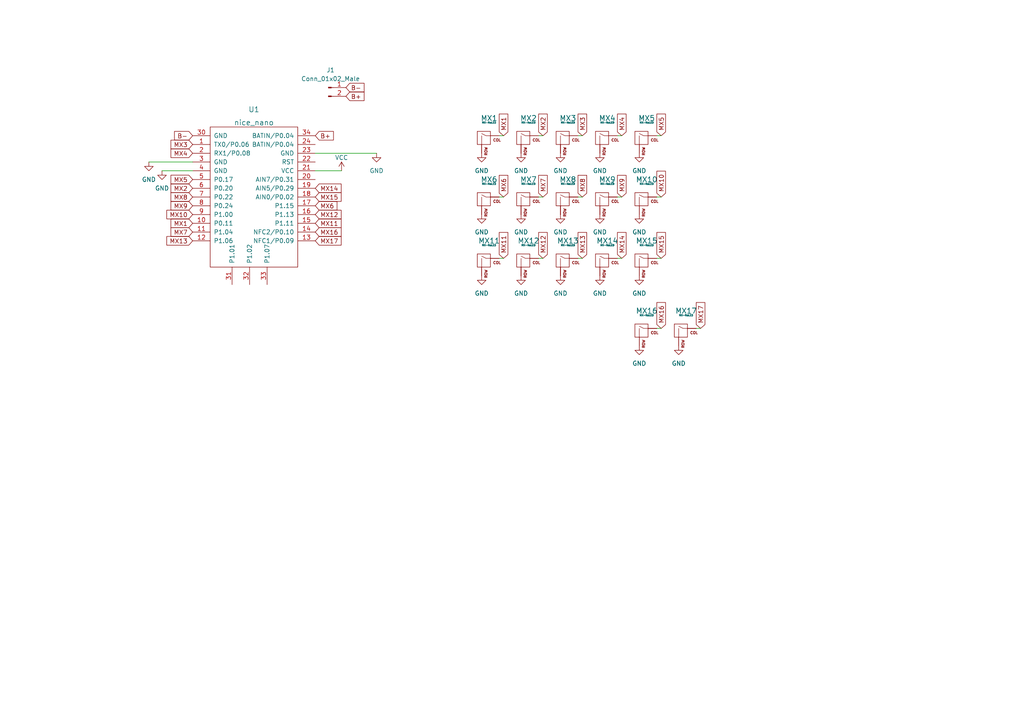
<source format=kicad_sch>
(kicad_sch (version 20211123) (generator eeschema)
  (paper "A4")
  (lib_symbols
    (symbol "Connector:Conn_01x02_Male" (pin_names (offset 1.016) hide)
      (property "Reference" "J" (at 0 2.54 0))
      (property "Value" "Conn_01x02_Male" (at 0 -5.08 0))
      (symbol "Conn_01x02_Male_1_1"
        (polyline (pts (xy 1.27 -2.54) (xy 0.8636 -2.54)) (stroke (width 0.1524)))
        (polyline (pts (xy 1.27 0) (xy 0.8636 0)) (stroke (width 0.1524)))
        (rectangle (start 0.8636 -2.413) (end 0 -2.667) (stroke (width 0.1524)) (fill (type outline)))
        (rectangle (start 0.8636 0.127) (end 0 -0.127) (stroke (width 0.1524)) (fill (type outline)))
        (pin passive line (at 5.08 0 180) (length 3.81) (name "Pin_1") (number "1"))
        (pin passive line (at 5.08 -2.54 180) (length 3.81) (name "Pin_2") (number "2"))
      )
    )
    (symbol "MX_Alps_Hybrid:MX-NoLED" (pin_names (offset 1.016))
      (property "Reference" "MX" (at -0.635 3.81 0))
      (property "Value" "MX-NoLED" (at -0.635 1.27 0))
      (symbol "MX-NoLED_0_0"
        (rectangle (start -2.54 2.54) (end 1.27 -1.27))
        (polyline (pts (xy -1.27 -1.27) (xy -1.27 1.27)) (stroke (width 0.127)))
        (polyline (pts (xy 1.27 1.27) (xy 0 1.27) (xy -1.27 1.905)) (stroke (width 0.127)))
        (text "COL" (at 3.175 0 0) (effects (font (size 0.762 0.762))))
        (text "ROW" (at 0 -1.905 900) (effects (font (size 0.762 0.762)) (justify right)))
      )
      (symbol "MX-NoLED_1_1"
        (pin passive line (at 3.81 1.27 180) (length 2.54) (name "COL") (number "1"))
        (pin passive line (at -1.27 -3.81 90) (length 2.54) (name "ROW") (number "2"))
      )
    )
    (symbol "nice_nano:nice_nano" (pin_names (offset 1.016))
      (property "Reference" "U" (at 0 0 0))
      (property "Value" "nice_nano" (at 0 2.54 0))
      (symbol "nice_nano_0_1"
        (rectangle (start -12.7 -21.59) (end 12.7 19.05))
      )
      (symbol "nice_nano_1_1"
        (pin input line (at -17.78 13.97 0) (length 5.08) (name "TX0/P0.06") (number "1"))
        (pin input line (at -17.78 -8.89 0) (length 5.08) (name "P0.11") (number "10"))
        (pin input line (at -17.78 -11.43 0) (length 5.08) (name "P1.04") (number "11"))
        (pin input line (at -17.78 -13.97 0) (length 5.08) (name "P1.06") (number "12"))
        (pin input line (at 17.78 -13.97 180) (length 5.08) (name "NFC1/P0.09") (number "13"))
        (pin input line (at 17.78 -11.43 180) (length 5.08) (name "NFC2/P0.10") (number "14"))
        (pin input line (at 17.78 -8.89 180) (length 5.08) (name "P1.11") (number "15"))
        (pin input line (at 17.78 -6.35 180) (length 5.08) (name "P1.13") (number "16"))
        (pin input line (at 17.78 -3.81 180) (length 5.08) (name "P1.15") (number "17"))
        (pin input line (at 17.78 -1.27 180) (length 5.08) (name "AIN0/P0.02") (number "18"))
        (pin input line (at 17.78 1.27 180) (length 5.08) (name "AIN5/P0.29") (number "19"))
        (pin input line (at -17.78 11.43 0) (length 5.08) (name "RX1/P0.08") (number "2"))
        (pin input line (at 17.78 3.81 180) (length 5.08) (name "AIN7/P0.31") (number "20"))
        (pin input line (at 17.78 6.35 180) (length 5.08) (name "VCC") (number "21"))
        (pin input line (at 17.78 8.89 180) (length 5.08) (name "RST") (number "22"))
        (pin input line (at 17.78 11.43 180) (length 5.08) (name "GND") (number "23"))
        (pin input line (at 17.78 13.97 180) (length 5.08) (name "BATIN/P0.04") (number "24"))
        (pin input line (at -17.78 8.89 0) (length 5.08) (name "GND") (number "3"))
        (pin input line (at -17.78 16.51 0) (length 5.08) (name "GND") (number "30"))
        (pin input line (at -6.35 -26.67 90) (length 5.08) (name "P1.01") (number "31"))
        (pin input line (at -1.27 -26.67 90) (length 5.08) (name "P1.02") (number "32"))
        (pin input line (at 3.81 -26.67 90) (length 5.08) (name "P1.07") (number "33"))
        (pin input line (at 17.78 16.51 180) (length 5.08) (name "BATIN/P0.04") (number "34"))
        (pin input line (at -17.78 6.35 0) (length 5.08) (name "GND") (number "4"))
        (pin input line (at -17.78 3.81 0) (length 5.08) (name "P0.17") (number "5"))
        (pin input line (at -17.78 1.27 0) (length 5.08) (name "P0.20") (number "6"))
        (pin input line (at -17.78 -1.27 0) (length 5.08) (name "P0.22") (number "7"))
        (pin input line (at -17.78 -3.81 0) (length 5.08) (name "P0.24") (number "8"))
        (pin input line (at -17.78 -6.35 0) (length 5.08) (name "P1.00") (number "9"))
      )
    )
    (symbol "power:GND" (power) (pin_names (offset 0))
      (property "Value" "GND" (at 0 -3.81 0))
      (symbol "GND_0_1"
        (polyline (pts (xy 0 0) (xy 0 -1.27) (xy 1.27 -1.27) (xy 0 -2.54) (xy -1.27 -1.27) (xy 0 -1.27)))
      )
      (symbol "GND_1_1"
        (pin power_in line (at 0 0 270) (length 0) hide (name "GND") (number "1"))
      )
    )
    (symbol "power:VCC" (power) (pin_names (offset 0))
      (property "Value" "VCC" (at 0 3.81 0))
      (symbol "VCC_0_1"
        (polyline (pts (xy -0.762 1.27) (xy 0 2.54)))
        (polyline (pts (xy 0 0) (xy 0 2.54)))
        (polyline (pts (xy 0 2.54) (xy 0.762 1.27)))
      )
      (symbol "VCC_1_1"
        (pin power_in line (at 0 0 90) (length 0) hide (name "VCC") (number "1"))
      )
    )
  )
  (wire (pts (xy 180.34 57.15) (xy 179.07 57.15)))
  (wire (pts (xy 168.91 74.93) (xy 167.64 74.93)))
  (wire (pts (xy 191.77 57.15) (xy 190.5 57.15)))
  (wire (pts (xy 146.05 39.37) (xy 144.78 39.37)))
  (wire (pts (xy 191.77 39.37) (xy 190.5 39.37)))
  (wire (pts (xy 191.77 95.25) (xy 190.5 95.25)))
  (wire (pts (xy 191.77 74.93) (xy 190.5 74.93)))
  (wire (pts (xy 157.48 39.37) (xy 156.21 39.37)))
  (wire (pts (xy 203.2 95.25) (xy 201.93 95.25)))
  (wire (pts (xy 91.44 49.53) (xy 99.06 49.53)))
  (wire (pts (xy 43.18 46.99) (xy 55.88 46.99)))
  (wire (pts (xy 91.44 44.45) (xy 109.22 44.45)))
  (wire (pts (xy 146.05 74.93) (xy 144.78 74.93)))
  (wire (pts (xy 180.34 39.37) (xy 179.07 39.37)))
  (wire (pts (xy 46.99 49.53) (xy 55.88 49.53)))
  (wire (pts (xy 157.48 74.93) (xy 156.21 74.93)))
  (wire (pts (xy 168.91 57.15) (xy 167.64 57.15)))
  (wire (pts (xy 180.34 74.93) (xy 179.07 74.93)))
  (wire (pts (xy 146.05 57.15) (xy 144.78 57.15)))
  (wire (pts (xy 168.91 39.37) (xy 167.64 39.37)))
  (wire (pts (xy 157.48 57.15) (xy 156.21 57.15)))
  (global_label "MX11" (shape input) (at 91.44 64.77 0) (property "Intersheet References" "${INTERSHEET_REFS}" (effects hide)))
  (global_label "MX12" (shape input) (at 91.44 62.23 0) (property "Intersheet References" "${INTERSHEET_REFS}" (effects hide)))
  (global_label "MX16" (shape input) (at 91.44 67.31 0) (property "Intersheet References" "${INTERSHEET_REFS}" (effects hide)))
  (global_label "MX3" (shape input) (at 55.88 41.91 180) (property "Intersheet References" "${INTERSHEET_REFS}" (effects hide)))
  (global_label "B+" (shape input) (at 91.44 39.37 0) (property "Intersheet References" "${INTERSHEET_REFS}" (effects hide)))
  (global_label "MX6" (shape input) (at 91.44 59.69 0) (property "Intersheet References" "${INTERSHEET_REFS}" (effects hide)))
  (global_label "MX4" (shape input) (at 55.88 44.45 180) (property "Intersheet References" "${INTERSHEET_REFS}" (effects hide)))
  (global_label "MX9" (shape input) (at 55.88 59.69 180) (property "Intersheet References" "${INTERSHEET_REFS}" (effects hide)))
  (global_label "MX16" (shape input) (at 191.77 95.25 90) (property "Intersheet References" "${INTERSHEET_REFS}" (effects hide)))
  (global_label "MX4" (shape input) (at 180.34 39.37 90) (property "Intersheet References" "${INTERSHEET_REFS}" (effects hide)))
  (global_label "MX6" (shape input) (at 146.05 57.15 90) (property "Intersheet References" "${INTERSHEET_REFS}" (effects hide)))
  (global_label "MX11" (shape input) (at 146.05 74.93 90) (property "Intersheet References" "${INTERSHEET_REFS}" (effects hide)))
  (global_label "MX8" (shape input) (at 168.91 57.15 90) (property "Intersheet References" "${INTERSHEET_REFS}" (effects hide)))
  (global_label "B-" (shape input) (at 55.88 39.37 180) (property "Intersheet References" "${INTERSHEET_REFS}" (effects hide)))
  (global_label "MX9" (shape input) (at 180.34 57.15 90) (property "Intersheet References" "${INTERSHEET_REFS}" (effects hide)))
  (global_label "B-" (shape input) (at 100.33 25.4 0) (property "Intersheet References" "${INTERSHEET_REFS}" (effects hide)))
  (global_label "MX8" (shape input) (at 55.88 57.15 180) (property "Intersheet References" "${INTERSHEET_REFS}" (effects hide)))
  (global_label "MX7" (shape input) (at 157.48 57.15 90) (property "Intersheet References" "${INTERSHEET_REFS}" (effects hide)))
  (global_label "MX1" (shape input) (at 55.88 64.77 180) (property "Intersheet References" "${INTERSHEET_REFS}" (effects hide)))
  (global_label "MX10" (shape input) (at 191.77 57.15 90) (property "Intersheet References" "${INTERSHEET_REFS}" (effects hide)))
  (global_label "MX14" (shape input) (at 180.34 74.93 90) (property "Intersheet References" "${INTERSHEET_REFS}" (effects hide)))
  (global_label "MX14" (shape input) (at 91.44 54.61 0) (property "Intersheet References" "${INTERSHEET_REFS}" (effects hide)))
  (global_label "MX3" (shape input) (at 168.91 39.37 90) (property "Intersheet References" "${INTERSHEET_REFS}" (effects hide)))
  (global_label "MX12" (shape input) (at 157.48 74.93 90) (property "Intersheet References" "${INTERSHEET_REFS}" (effects hide)))
  (global_label "MX13" (shape input) (at 55.88 69.85 180) (property "Intersheet References" "${INTERSHEET_REFS}" (effects hide)))
  (global_label "MX2" (shape input) (at 55.88 54.61 180) (property "Intersheet References" "${INTERSHEET_REFS}" (effects hide)))
  (global_label "MX17" (shape input) (at 203.2 95.25 90) (property "Intersheet References" "${INTERSHEET_REFS}" (effects hide)))
  (global_label "MX2" (shape input) (at 157.48 39.37 90) (property "Intersheet References" "${INTERSHEET_REFS}" (effects hide)))
  (global_label "B+" (shape input) (at 100.33 27.94 0) (property "Intersheet References" "${INTERSHEET_REFS}" (effects hide)))
  (global_label "MX10" (shape input) (at 55.88 62.23 180) (property "Intersheet References" "${INTERSHEET_REFS}" (effects hide)))
  (global_label "MX5" (shape input) (at 55.88 52.07 180) (property "Intersheet References" "${INTERSHEET_REFS}" (effects hide)))
  (global_label "MX7" (shape input) (at 55.88 67.31 180) (property "Intersheet References" "${INTERSHEET_REFS}" (effects hide)))
  (global_label "MX17" (shape input) (at 91.44 69.85 0) (property "Intersheet References" "${INTERSHEET_REFS}" (effects hide)))
  (global_label "MX15" (shape input) (at 91.44 57.15 0) (property "Intersheet References" "${INTERSHEET_REFS}" (effects hide)))
  (global_label "MX15" (shape input) (at 191.77 74.93 90) (property "Intersheet References" "${INTERSHEET_REFS}" (effects hide)))
  (global_label "MX13" (shape input) (at 168.91 74.93 90) (property "Intersheet References" "${INTERSHEET_REFS}" (effects hide)))
  (global_label "MX5" (shape input) (at 191.77 39.37 90) (property "Intersheet References" "${INTERSHEET_REFS}" (effects hide)))
  (global_label "MX1" (shape input) (at 146.05 39.37 90) (property "Intersheet References" "${INTERSHEET_REFS}" (effects hide)))
  (symbol (lib_id "power:VCC") (at 99.06 49.53 0) (unit 1)
    (property "Reference" "#PWR010" (effects hide))
    (property "Value" "VCC" (at 99.06 45.72 0))
  )
  (symbol (lib_id "power:GND") (at 162.56 80.01 0) (unit 1)
    (property "Reference" "#PWR018" (effects hide))
    (property "Value" "GND" (at 162.56 85.09 0))
  )
  (symbol (lib_id "power:GND") (at 185.42 62.23 0) (unit 1)
    (property "Reference" "#PWR015" (effects hide))
    (property "Value" "GND" (at 185.42 67.31 0))
  )
  (symbol (lib_id "MX_Alps_Hybrid:MX-NoLED") (at 175.26 40.64 0) (unit 1)
    (property "Reference" "MX4" (at 176.1456 34.29 0) (effects (font (size 1.524 1.524))))
    (property "Value" "MX-NoLED" (at 176.1456 35.56 0) (effects (font (size 0.508 0.508))))
    (property "Footprint" "mx-switches-doubleSided:CherryMX-1U-doubleSided" (effects hide))
  )
  (symbol (lib_id "power:GND") (at 139.7 80.01 0) (unit 1)
    (property "Reference" "#PWR016" (effects hide))
    (property "Value" "GND" (at 139.7 85.09 0))
  )
  (symbol (lib_id "MX_Alps_Hybrid:MX-NoLED") (at 163.83 40.64 0) (unit 1)
    (property "Reference" "MX3" (at 164.7156 34.29 0) (effects (font (size 1.524 1.524))))
    (property "Value" "MX-NoLED" (at 164.7156 35.56 0) (effects (font (size 0.508 0.508))))
    (property "Footprint" "mx-switches-doubleSided:CherryMX-1U-doubleSided" (effects hide))
  )
  (symbol (lib_id "MX_Alps_Hybrid:MX-NoLED") (at 198.12 96.52 0) (unit 1)
    (property "Reference" "MX17" (at 199.0056 90.17 0) (effects (font (size 1.524 1.524))))
    (property "Value" "MX-NoLED" (at 199.0056 91.44 0) (effects (font (size 0.508 0.508))))
    (property "Footprint" "mx-switches-doubleSided:CherryMX-1.5U-doubleSided-Vertical" (effects hide))
  )
  (symbol (lib_id "power:GND") (at 185.42 100.33 0) (unit 1)
    (property "Reference" "#PWR021" (effects hide))
    (property "Value" "GND" (at 185.42 105.41 0))
  )
  (symbol (lib_id "power:GND") (at 173.99 44.45 0) (unit 1)
    (property "Reference" "#PWR06" (effects hide))
    (property "Value" "GND" (at 173.99 49.53 0))
  )
  (symbol (lib_id "MX_Alps_Hybrid:MX-NoLED") (at 186.69 40.64 0) (unit 1)
    (property "Reference" "MX5" (at 187.5756 34.29 0) (effects (font (size 1.524 1.524))))
    (property "Value" "MX-NoLED" (at 187.5756 35.56 0) (effects (font (size 0.508 0.508))))
    (property "Footprint" "mx-switches-doubleSided:CherryMX-1U-doubleSided" (effects hide))
  )
  (symbol (lib_id "MX_Alps_Hybrid:MX-NoLED") (at 163.83 76.2 0) (unit 1)
    (property "Reference" "MX13" (at 164.7156 69.85 0) (effects (font (size 1.524 1.524))))
    (property "Value" "MX-NoLED" (at 164.7156 71.12 0) (effects (font (size 0.508 0.508))))
    (property "Footprint" "mx-switches-doubleSided:CherryMX-1U-doubleSided" (effects hide))
  )
  (symbol (lib_id "power:GND") (at 185.42 80.01 0) (unit 1)
    (property "Reference" "#PWR020" (effects hide))
    (property "Value" "GND" (at 185.42 85.09 0))
  )
  (symbol (lib_id "power:GND") (at 139.7 44.45 0) (unit 1)
    (property "Reference" "#PWR03" (effects hide))
    (property "Value" "GND" (at 139.7 49.53 0))
  )
  (symbol (lib_id "power:GND") (at 173.99 80.01 0) (unit 1)
    (property "Reference" "#PWR019" (effects hide))
    (property "Value" "GND" (at 173.99 85.09 0))
  )
  (symbol (lib_id "power:GND") (at 162.56 62.23 0) (unit 1)
    (property "Reference" "#PWR013" (effects hide))
    (property "Value" "GND" (at 162.56 67.31 0))
  )
  (symbol (lib_id "MX_Alps_Hybrid:MX-NoLED") (at 140.97 76.2 0) (unit 1)
    (property "Reference" "MX11" (at 141.8556 69.85 0) (effects (font (size 1.524 1.524))))
    (property "Value" "MX-NoLED" (at 141.8556 71.12 0) (effects (font (size 0.508 0.508))))
    (property "Footprint" "mx-switches-doubleSided:CherryMX-1U-doubleSided" (effects hide))
  )
  (symbol (lib_id "Connector:Conn_01x02_Male") (at 95.25 25.4 0) (unit 1)
    (property "Reference" "J1" (at 95.885 20.32 0))
    (property "Value" "Conn_01x02_Male" (at 95.885 22.86 0))
    (property "Footprint" "Connector_JST:JST_EH_S2B-EH_1x02_P2.50mm_Horizontal" (effects hide))
  )
  (symbol (lib_id "power:GND") (at 196.85 100.33 0) (unit 1)
    (property "Reference" "#PWR022" (effects hide))
    (property "Value" "GND" (at 196.85 105.41 0))
  )
  (symbol (lib_id "power:GND") (at 151.13 62.23 0) (unit 1)
    (property "Reference" "#PWR012" (effects hide))
    (property "Value" "GND" (at 151.13 67.31 0))
  )
  (symbol (lib_id "MX_Alps_Hybrid:MX-NoLED") (at 186.69 96.52 0) (unit 1)
    (property "Reference" "MX16" (at 187.5756 90.17 0) (effects (font (size 1.524 1.524))))
    (property "Value" "MX-NoLED" (at 187.5756 91.44 0) (effects (font (size 0.508 0.508))))
    (property "Footprint" "mx-switches-doubleSided:CherryMX-1U-doubleSided" (effects hide))
  )
  (symbol (lib_id "MX_Alps_Hybrid:MX-NoLED") (at 175.26 58.42 0) (unit 1)
    (property "Reference" "MX9" (at 176.1456 52.07 0) (effects (font (size 1.524 1.524))))
    (property "Value" "MX-NoLED" (at 176.1456 53.34 0) (effects (font (size 0.508 0.508))))
    (property "Footprint" "mx-switches-doubleSided:CherryMX-1U-doubleSided" (effects hide))
  )
  (symbol (lib_id "MX_Alps_Hybrid:MX-NoLED") (at 163.83 58.42 0) (unit 1)
    (property "Reference" "MX8" (at 164.7156 52.07 0) (effects (font (size 1.524 1.524))))
    (property "Value" "MX-NoLED" (at 164.7156 53.34 0) (effects (font (size 0.508 0.508))))
    (property "Footprint" "mx-switches-doubleSided:CherryMX-1U-doubleSided" (effects hide))
  )
  (symbol (lib_id "power:GND") (at 173.99 62.23 0) (unit 1)
    (property "Reference" "#PWR014" (effects hide))
    (property "Value" "GND" (at 173.99 67.31 0))
  )
  (symbol (lib_id "power:GND") (at 46.99 49.53 0) (unit 1)
    (property "Reference" "#PWR09" (effects hide))
    (property "Value" "GND" (at 46.99 54.61 0))
  )
  (symbol (lib_id "nice_nano:nice_nano") (at 73.66 55.88 0) (unit 1)
    (property "Reference" "U1" (at 73.66 31.75 0) (effects (font (size 1.524 1.524))))
    (property "Value" "nice_nano" (at 73.66 35.56 0) (effects (font (size 1.524 1.524))))
    (property "Footprint" "nice-nano-all-pins:nice_nano" (effects hide))
  )
  (symbol (lib_id "MX_Alps_Hybrid:MX-NoLED") (at 152.4 58.42 0) (unit 1)
    (property "Reference" "MX7" (at 153.2856 52.07 0) (effects (font (size 1.524 1.524))))
    (property "Value" "MX-NoLED" (at 153.2856 53.34 0) (effects (font (size 0.508 0.508))))
    (property "Footprint" "mx-switches-doubleSided:CherryMX-1U-doubleSided" (effects hide))
  )
  (symbol (lib_id "MX_Alps_Hybrid:MX-NoLED") (at 152.4 40.64 0) (unit 1)
    (property "Reference" "MX2" (at 153.2856 34.29 0) (effects (font (size 1.524 1.524))))
    (property "Value" "MX-NoLED" (at 153.2856 35.56 0) (effects (font (size 0.508 0.508))))
    (property "Footprint" "mx-switches-doubleSided:CherryMX-1U-doubleSided" (effects hide))
  )
  (symbol (lib_id "MX_Alps_Hybrid:MX-NoLED") (at 175.26 76.2 0) (unit 1)
    (property "Reference" "MX14" (at 176.1456 69.85 0) (effects (font (size 1.524 1.524))))
    (property "Value" "MX-NoLED" (at 176.1456 71.12 0) (effects (font (size 0.508 0.508))))
    (property "Footprint" "mx-switches-doubleSided:CherryMX-1U-doubleSided" (effects hide))
  )
  (symbol (lib_id "power:GND") (at 185.42 44.45 0) (unit 1)
    (property "Reference" "#PWR07" (effects hide))
    (property "Value" "GND" (at 185.42 49.53 0))
  )
  (symbol (lib_id "MX_Alps_Hybrid:MX-NoLED") (at 186.69 58.42 0) (unit 1)
    (property "Reference" "MX10" (at 187.5756 52.07 0) (effects (font (size 1.524 1.524))))
    (property "Value" "MX-NoLED" (at 187.5756 53.34 0) (effects (font (size 0.508 0.508))))
    (property "Footprint" "mx-switches-doubleSided:CherryMX-1U-doubleSided" (effects hide))
  )
  (symbol (lib_id "power:GND") (at 109.22 44.45 0) (unit 1)
    (property "Reference" "#PWR02" (effects hide))
    (property "Value" "GND" (at 109.22 49.53 0))
  )
  (symbol (lib_id "power:GND") (at 43.18 46.99 0) (unit 1)
    (property "Reference" "#PWR08" (effects hide))
    (property "Value" "GND" (at 43.18 52.07 0))
  )
  (symbol (lib_id "MX_Alps_Hybrid:MX-NoLED") (at 140.97 58.42 0) (unit 1)
    (property "Reference" "MX6" (at 141.8556 52.07 0) (effects (font (size 1.524 1.524))))
    (property "Value" "MX-NoLED" (at 141.8556 53.34 0) (effects (font (size 0.508 0.508))))
    (property "Footprint" "mx-switches-doubleSided:CherryMX-1U-doubleSided" (effects hide))
  )
  (symbol (lib_id "MX_Alps_Hybrid:MX-NoLED") (at 186.69 76.2 0) (unit 1)
    (property "Reference" "MX15" (at 187.5756 69.85 0) (effects (font (size 1.524 1.524))))
    (property "Value" "MX-NoLED" (at 187.5756 71.12 0) (effects (font (size 0.508 0.508))))
    (property "Footprint" "mx-switches-doubleSided:CherryMX-1U-doubleSided" (effects hide))
  )
  (symbol (lib_id "MX_Alps_Hybrid:MX-NoLED") (at 152.4 76.2 0) (unit 1)
    (property "Reference" "MX12" (at 153.2856 69.85 0) (effects (font (size 1.524 1.524))))
    (property "Value" "MX-NoLED" (at 153.2856 71.12 0) (effects (font (size 0.508 0.508))))
    (property "Footprint" "mx-switches-doubleSided:CherryMX-1U-doubleSided" (effects hide))
  )
  (symbol (lib_id "power:GND") (at 139.7 62.23 0) (unit 1)
    (property "Reference" "#PWR011" (effects hide))
    (property "Value" "GND" (at 139.7 67.31 0))
  )
  (symbol (lib_id "power:GND") (at 162.56 44.45 0) (unit 1)
    (property "Reference" "#PWR05" (effects hide))
    (property "Value" "GND" (at 162.56 49.53 0))
  )
  (symbol (lib_id "power:GND") (at 151.13 80.01 0) (unit 1)
    (property "Reference" "#PWR017" (effects hide))
    (property "Value" "GND" (at 151.13 85.09 0))
  )
  (symbol (lib_id "MX_Alps_Hybrid:MX-NoLED") (at 140.97 40.64 0) (unit 1)
    (property "Reference" "MX1" (at 141.8556 34.29 0) (effects (font (size 1.524 1.524))))
    (property "Value" "MX-NoLED" (at 141.8556 35.56 0) (effects (font (size 0.508 0.508))))
    (property "Footprint" "mx-switches-doubleSided:CherryMX-1U-doubleSided" (effects hide))
  )
  (symbol (lib_id "power:GND") (at 151.13 44.45 0) (unit 1)
    (property "Reference" "#PWR04" (effects hide))
    (property "Value" "GND" (at 151.13 49.53 0))
  )
)
</source>
